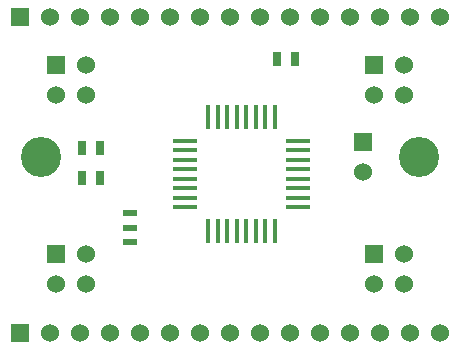
<source format=gts>
G04 (created by PCBNEW (2013-mar-13)-testing) date Wed 23 Jul 2014 10:31:31 AM PDT*
%MOIN*%
G04 Gerber Fmt 3.4, Leading zero omitted, Abs format*
%FSLAX34Y34*%
G01*
G70*
G90*
G04 APERTURE LIST*
%ADD10C,0.005906*%
%ADD11R,0.060000X0.060000*%
%ADD12C,0.060000*%
%ADD13R,0.025000X0.045000*%
%ADD14R,0.078700X0.017700*%
%ADD15R,0.017700X0.078700*%
%ADD16R,0.051200X0.019700*%
%ADD17C,0.133900*%
G04 APERTURE END LIST*
G54D10*
G54D11*
X20559Y-33425D03*
G54D12*
X21559Y-33425D03*
X22559Y-33425D03*
X23559Y-33425D03*
X24559Y-33425D03*
X25559Y-33425D03*
X26559Y-33425D03*
X27559Y-33425D03*
X28559Y-33425D03*
X29559Y-33425D03*
X30559Y-33425D03*
X31559Y-33425D03*
X32559Y-33425D03*
X33559Y-33425D03*
X34559Y-33425D03*
G54D11*
X20559Y-22893D03*
G54D12*
X21559Y-22893D03*
X22559Y-22893D03*
X23559Y-22893D03*
X24559Y-22893D03*
X25559Y-22893D03*
X26559Y-22893D03*
X27559Y-22893D03*
X28559Y-22893D03*
X29559Y-22893D03*
X30559Y-22893D03*
X31559Y-22893D03*
X32559Y-22893D03*
X33559Y-22893D03*
X34559Y-22893D03*
G54D13*
X23233Y-27263D03*
X22633Y-27263D03*
X23213Y-28267D03*
X22613Y-28267D03*
G54D14*
X26056Y-29242D03*
X26056Y-28927D03*
X26056Y-28612D03*
X26056Y-28297D03*
X26056Y-27982D03*
X26056Y-27667D03*
X26056Y-27352D03*
X26056Y-27037D03*
X29822Y-27039D03*
X29822Y-29249D03*
X29822Y-28929D03*
X29822Y-28609D03*
X29822Y-28299D03*
X29822Y-27979D03*
X29822Y-27669D03*
X29822Y-27349D03*
G54D15*
X26840Y-26249D03*
X27154Y-26249D03*
X27470Y-26249D03*
X27784Y-26249D03*
X28100Y-26249D03*
X28414Y-26249D03*
X28730Y-26249D03*
X29044Y-26249D03*
X26842Y-30029D03*
X27152Y-30029D03*
X27472Y-30029D03*
X27782Y-30029D03*
X28092Y-30029D03*
X28412Y-30029D03*
X28732Y-30029D03*
X29052Y-30029D03*
G54D13*
X29129Y-24311D03*
X29729Y-24311D03*
G54D16*
X24212Y-29921D03*
X24212Y-30393D03*
X24212Y-29449D03*
G54D11*
X21744Y-24500D03*
G54D12*
X22744Y-24500D03*
X21744Y-25500D03*
X22744Y-25500D03*
G54D11*
X21744Y-30799D03*
G54D12*
X22744Y-30799D03*
X21744Y-31799D03*
X22744Y-31799D03*
G54D11*
X32374Y-24500D03*
G54D12*
X33374Y-24500D03*
X32374Y-25500D03*
X33374Y-25500D03*
G54D11*
X32374Y-30799D03*
G54D12*
X33374Y-30799D03*
X32374Y-31799D03*
X33374Y-31799D03*
G54D11*
X32007Y-27059D03*
G54D12*
X32007Y-28059D03*
G54D17*
X21259Y-27559D03*
X33858Y-27559D03*
M02*

</source>
